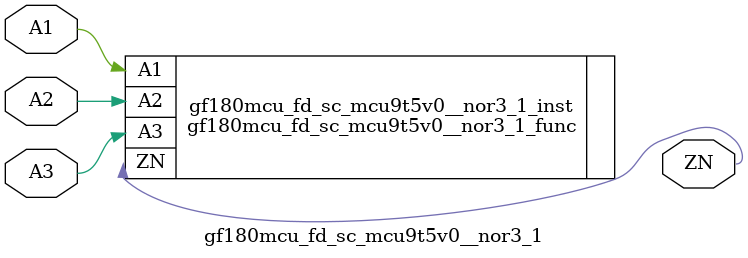
<source format=v>

module gf180mcu_fd_sc_mcu9t5v0__nor3_1( A3, ZN, A2, A1 );
input A1, A2, A3;
output ZN;

   `ifdef FUNCTIONAL  //  functional //

	gf180mcu_fd_sc_mcu9t5v0__nor3_1_func gf180mcu_fd_sc_mcu9t5v0__nor3_1_behav_inst(.A3(A3),.ZN(ZN),.A2(A2),.A1(A1));

   `else

	gf180mcu_fd_sc_mcu9t5v0__nor3_1_func gf180mcu_fd_sc_mcu9t5v0__nor3_1_inst(.A3(A3),.ZN(ZN),.A2(A2),.A1(A1));

	// spec_gates_begin


	// spec_gates_end



   specify

	// specify_block_begin

	// comb arc A1 --> ZN
	 (A1 => ZN) = (1.0,1.0);

	// comb arc A2 --> ZN
	 (A2 => ZN) = (1.0,1.0);

	// comb arc A3 --> ZN
	 (A3 => ZN) = (1.0,1.0);

	// specify_block_end

   endspecify

   `endif

endmodule

</source>
